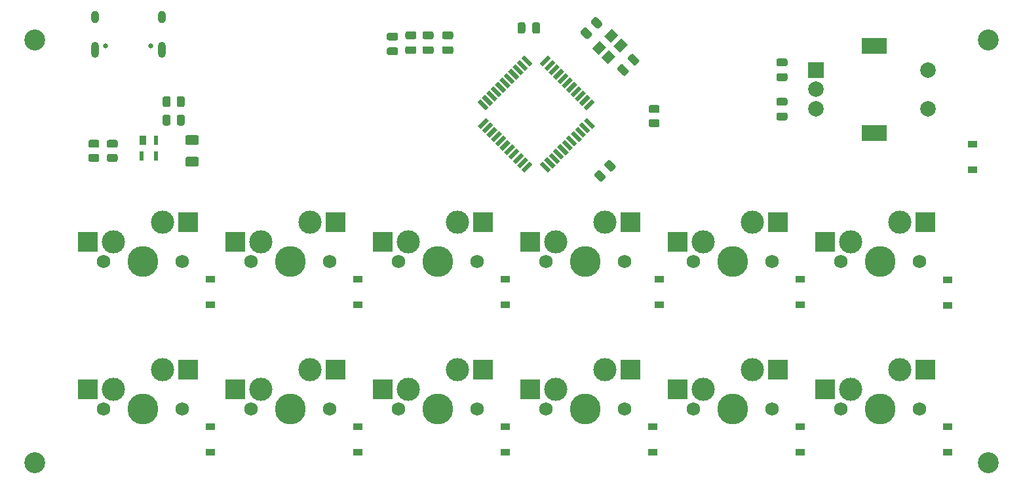
<source format=gbr>
%TF.GenerationSoftware,KiCad,Pcbnew,(5.1.9)-1*%
%TF.CreationDate,2021-03-22T08:17:26-07:00*%
%TF.ProjectId,millipad,6d696c6c-6970-4616-942e-6b696361645f,rev?*%
%TF.SameCoordinates,Original*%
%TF.FileFunction,Soldermask,Bot*%
%TF.FilePolarity,Negative*%
%FSLAX46Y46*%
G04 Gerber Fmt 4.6, Leading zero omitted, Abs format (unit mm)*
G04 Created by KiCad (PCBNEW (5.1.9)-1) date 2021-03-22 08:17:26*
%MOMM*%
%LPD*%
G01*
G04 APERTURE LIST*
%ADD10C,2.700000*%
%ADD11C,0.100000*%
%ADD12C,0.650000*%
%ADD13O,1.000000X2.100000*%
%ADD14O,1.000000X1.600000*%
%ADD15R,0.482600X1.168400*%
%ADD16R,0.889000X1.168400*%
%ADD17C,2.000000*%
%ADD18R,3.200000X2.000000*%
%ADD19R,2.000000X2.000000*%
%ADD20R,2.550000X2.500000*%
%ADD21C,1.750000*%
%ADD22C,3.000000*%
%ADD23C,3.987800*%
%ADD24R,1.200000X0.900000*%
G04 APERTURE END LIST*
D10*
%TO.C,H4*%
X74930000Y-99060000D03*
%TD*%
%TO.C,H3*%
X198120000Y-44450000D03*
%TD*%
%TO.C,H2*%
X74930000Y-44450000D03*
%TD*%
%TO.C,H1*%
X198120000Y-99060000D03*
%TD*%
%TO.C,C1*%
G36*
G01*
X120651250Y-45376250D02*
X121601250Y-45376250D01*
G75*
G02*
X121851250Y-45626250I0J-250000D01*
G01*
X121851250Y-46126250D01*
G75*
G02*
X121601250Y-46376250I-250000J0D01*
G01*
X120651250Y-46376250D01*
G75*
G02*
X120401250Y-46126250I0J250000D01*
G01*
X120401250Y-45626250D01*
G75*
G02*
X120651250Y-45376250I250000J0D01*
G01*
G37*
G36*
G01*
X120651250Y-43476250D02*
X121601250Y-43476250D01*
G75*
G02*
X121851250Y-43726250I0J-250000D01*
G01*
X121851250Y-44226250D01*
G75*
G02*
X121601250Y-44476250I-250000J0D01*
G01*
X120651250Y-44476250D01*
G75*
G02*
X120401250Y-44226250I0J250000D01*
G01*
X120401250Y-43726250D01*
G75*
G02*
X120651250Y-43476250I250000J0D01*
G01*
G37*
%TD*%
D11*
%TO.C,Y1*%
G36*
X149472488Y-42945653D02*
G01*
X150321016Y-43794181D01*
X149331066Y-44784131D01*
X148482538Y-43935603D01*
X149472488Y-42945653D01*
G37*
G36*
X147916853Y-44501288D02*
G01*
X148765381Y-45349816D01*
X147775431Y-46339766D01*
X146926903Y-45491238D01*
X147916853Y-44501288D01*
G37*
G36*
X149118934Y-45703369D02*
G01*
X149967462Y-46551897D01*
X148977512Y-47541847D01*
X148128984Y-46693319D01*
X149118934Y-45703369D01*
G37*
G36*
X150674569Y-44147734D02*
G01*
X151523097Y-44996262D01*
X150533147Y-45986212D01*
X149684619Y-45137684D01*
X150674569Y-44147734D01*
G37*
%TD*%
D12*
%TO.C,USB1*%
X84105000Y-45143750D03*
X89885000Y-45143750D03*
D13*
X91315000Y-45673750D03*
X82675000Y-45673750D03*
D14*
X91315000Y-41493750D03*
X82675000Y-41493750D03*
%TD*%
D15*
%TO.C,U2*%
X88696799Y-59436000D03*
X90596801Y-59436000D03*
X90596800Y-57404000D03*
D16*
X88900000Y-57404000D03*
%TD*%
D11*
%TO.C,U1*%
G36*
X133176940Y-54452298D02*
G01*
X133565848Y-54841206D01*
X132505188Y-55901866D01*
X132116280Y-55512958D01*
X133176940Y-54452298D01*
G37*
G36*
X133742626Y-55017983D02*
G01*
X134131534Y-55406891D01*
X133070874Y-56467551D01*
X132681966Y-56078643D01*
X133742626Y-55017983D01*
G37*
G36*
X134308311Y-55583668D02*
G01*
X134697219Y-55972576D01*
X133636559Y-57033236D01*
X133247651Y-56644328D01*
X134308311Y-55583668D01*
G37*
G36*
X134873996Y-56149354D02*
G01*
X135262904Y-56538262D01*
X134202244Y-57598922D01*
X133813336Y-57210014D01*
X134873996Y-56149354D01*
G37*
G36*
X135439682Y-56715039D02*
G01*
X135828590Y-57103947D01*
X134767930Y-58164607D01*
X134379022Y-57775699D01*
X135439682Y-56715039D01*
G37*
G36*
X136005367Y-57280725D02*
G01*
X136394275Y-57669633D01*
X135333615Y-58730293D01*
X134944707Y-58341385D01*
X136005367Y-57280725D01*
G37*
G36*
X136571053Y-57846410D02*
G01*
X136959961Y-58235318D01*
X135899301Y-59295978D01*
X135510393Y-58907070D01*
X136571053Y-57846410D01*
G37*
G36*
X137136738Y-58412096D02*
G01*
X137525646Y-58801004D01*
X136464986Y-59861664D01*
X136076078Y-59472756D01*
X137136738Y-58412096D01*
G37*
G36*
X137702424Y-58977781D02*
G01*
X138091332Y-59366689D01*
X137030672Y-60427349D01*
X136641764Y-60038441D01*
X137702424Y-58977781D01*
G37*
G36*
X138268109Y-59543466D02*
G01*
X138657017Y-59932374D01*
X137596357Y-60993034D01*
X137207449Y-60604126D01*
X138268109Y-59543466D01*
G37*
G36*
X138833794Y-60109152D02*
G01*
X139222702Y-60498060D01*
X138162042Y-61558720D01*
X137773134Y-61169812D01*
X138833794Y-60109152D01*
G37*
G36*
X140177298Y-60498060D02*
G01*
X140566206Y-60109152D01*
X141626866Y-61169812D01*
X141237958Y-61558720D01*
X140177298Y-60498060D01*
G37*
G36*
X140742983Y-59932374D02*
G01*
X141131891Y-59543466D01*
X142192551Y-60604126D01*
X141803643Y-60993034D01*
X140742983Y-59932374D01*
G37*
G36*
X141308668Y-59366689D02*
G01*
X141697576Y-58977781D01*
X142758236Y-60038441D01*
X142369328Y-60427349D01*
X141308668Y-59366689D01*
G37*
G36*
X141874354Y-58801004D02*
G01*
X142263262Y-58412096D01*
X143323922Y-59472756D01*
X142935014Y-59861664D01*
X141874354Y-58801004D01*
G37*
G36*
X142440039Y-58235318D02*
G01*
X142828947Y-57846410D01*
X143889607Y-58907070D01*
X143500699Y-59295978D01*
X142440039Y-58235318D01*
G37*
G36*
X143005725Y-57669633D02*
G01*
X143394633Y-57280725D01*
X144455293Y-58341385D01*
X144066385Y-58730293D01*
X143005725Y-57669633D01*
G37*
G36*
X143571410Y-57103947D02*
G01*
X143960318Y-56715039D01*
X145020978Y-57775699D01*
X144632070Y-58164607D01*
X143571410Y-57103947D01*
G37*
G36*
X144137096Y-56538262D02*
G01*
X144526004Y-56149354D01*
X145586664Y-57210014D01*
X145197756Y-57598922D01*
X144137096Y-56538262D01*
G37*
G36*
X144702781Y-55972576D02*
G01*
X145091689Y-55583668D01*
X146152349Y-56644328D01*
X145763441Y-57033236D01*
X144702781Y-55972576D01*
G37*
G36*
X145268466Y-55406891D02*
G01*
X145657374Y-55017983D01*
X146718034Y-56078643D01*
X146329126Y-56467551D01*
X145268466Y-55406891D01*
G37*
G36*
X145834152Y-54841206D02*
G01*
X146223060Y-54452298D01*
X147283720Y-55512958D01*
X146894812Y-55901866D01*
X145834152Y-54841206D01*
G37*
G36*
X146894812Y-52048134D02*
G01*
X147283720Y-52437042D01*
X146223060Y-53497702D01*
X145834152Y-53108794D01*
X146894812Y-52048134D01*
G37*
G36*
X146329126Y-51482449D02*
G01*
X146718034Y-51871357D01*
X145657374Y-52932017D01*
X145268466Y-52543109D01*
X146329126Y-51482449D01*
G37*
G36*
X145763441Y-50916764D02*
G01*
X146152349Y-51305672D01*
X145091689Y-52366332D01*
X144702781Y-51977424D01*
X145763441Y-50916764D01*
G37*
G36*
X145197756Y-50351078D02*
G01*
X145586664Y-50739986D01*
X144526004Y-51800646D01*
X144137096Y-51411738D01*
X145197756Y-50351078D01*
G37*
G36*
X144632070Y-49785393D02*
G01*
X145020978Y-50174301D01*
X143960318Y-51234961D01*
X143571410Y-50846053D01*
X144632070Y-49785393D01*
G37*
G36*
X144066385Y-49219707D02*
G01*
X144455293Y-49608615D01*
X143394633Y-50669275D01*
X143005725Y-50280367D01*
X144066385Y-49219707D01*
G37*
G36*
X143500699Y-48654022D02*
G01*
X143889607Y-49042930D01*
X142828947Y-50103590D01*
X142440039Y-49714682D01*
X143500699Y-48654022D01*
G37*
G36*
X142935014Y-48088336D02*
G01*
X143323922Y-48477244D01*
X142263262Y-49537904D01*
X141874354Y-49148996D01*
X142935014Y-48088336D01*
G37*
G36*
X142369328Y-47522651D02*
G01*
X142758236Y-47911559D01*
X141697576Y-48972219D01*
X141308668Y-48583311D01*
X142369328Y-47522651D01*
G37*
G36*
X141803643Y-46956966D02*
G01*
X142192551Y-47345874D01*
X141131891Y-48406534D01*
X140742983Y-48017626D01*
X141803643Y-46956966D01*
G37*
G36*
X141237958Y-46391280D02*
G01*
X141626866Y-46780188D01*
X140566206Y-47840848D01*
X140177298Y-47451940D01*
X141237958Y-46391280D01*
G37*
G36*
X137773134Y-46780188D02*
G01*
X138162042Y-46391280D01*
X139222702Y-47451940D01*
X138833794Y-47840848D01*
X137773134Y-46780188D01*
G37*
G36*
X137207449Y-47345874D02*
G01*
X137596357Y-46956966D01*
X138657017Y-48017626D01*
X138268109Y-48406534D01*
X137207449Y-47345874D01*
G37*
G36*
X136641764Y-47911559D02*
G01*
X137030672Y-47522651D01*
X138091332Y-48583311D01*
X137702424Y-48972219D01*
X136641764Y-47911559D01*
G37*
G36*
X136076078Y-48477244D02*
G01*
X136464986Y-48088336D01*
X137525646Y-49148996D01*
X137136738Y-49537904D01*
X136076078Y-48477244D01*
G37*
G36*
X135510393Y-49042930D02*
G01*
X135899301Y-48654022D01*
X136959961Y-49714682D01*
X136571053Y-50103590D01*
X135510393Y-49042930D01*
G37*
G36*
X134944707Y-49608615D02*
G01*
X135333615Y-49219707D01*
X136394275Y-50280367D01*
X136005367Y-50669275D01*
X134944707Y-49608615D01*
G37*
G36*
X134379022Y-50174301D02*
G01*
X134767930Y-49785393D01*
X135828590Y-50846053D01*
X135439682Y-51234961D01*
X134379022Y-50174301D01*
G37*
G36*
X133813336Y-50739986D02*
G01*
X134202244Y-50351078D01*
X135262904Y-51411738D01*
X134873996Y-51800646D01*
X133813336Y-50739986D01*
G37*
G36*
X133247651Y-51305672D02*
G01*
X133636559Y-50916764D01*
X134697219Y-51977424D01*
X134308311Y-52366332D01*
X133247651Y-51305672D01*
G37*
G36*
X132681966Y-51871357D02*
G01*
X133070874Y-51482449D01*
X134131534Y-52543109D01*
X133742626Y-52932017D01*
X132681966Y-51871357D01*
G37*
G36*
X132116280Y-52437042D02*
G01*
X132505188Y-52048134D01*
X133565848Y-53108794D01*
X133176940Y-53497702D01*
X132116280Y-52437042D01*
G37*
%TD*%
D17*
%TO.C,SW2*%
X190356250Y-53300000D03*
X190356250Y-48300000D03*
D18*
X183356250Y-56400000D03*
X183356250Y-45200000D03*
D17*
X175856250Y-53300000D03*
X175856250Y-50800000D03*
D19*
X175856250Y-48300000D03*
%TD*%
%TO.C,R6*%
G36*
G01*
X84481249Y-59137500D02*
X85381251Y-59137500D01*
G75*
G02*
X85631250Y-59387499I0J-249999D01*
G01*
X85631250Y-59912501D01*
G75*
G02*
X85381251Y-60162500I-249999J0D01*
G01*
X84481249Y-60162500D01*
G75*
G02*
X84231250Y-59912501I0J249999D01*
G01*
X84231250Y-59387499D01*
G75*
G02*
X84481249Y-59137500I249999J0D01*
G01*
G37*
G36*
G01*
X84481249Y-57312500D02*
X85381251Y-57312500D01*
G75*
G02*
X85631250Y-57562499I0J-249999D01*
G01*
X85631250Y-58087501D01*
G75*
G02*
X85381251Y-58337500I-249999J0D01*
G01*
X84481249Y-58337500D01*
G75*
G02*
X84231250Y-58087501I0J249999D01*
G01*
X84231250Y-57562499D01*
G75*
G02*
X84481249Y-57312500I249999J0D01*
G01*
G37*
%TD*%
%TO.C,R5*%
G36*
G01*
X82099999Y-59137500D02*
X83000001Y-59137500D01*
G75*
G02*
X83250000Y-59387499I0J-249999D01*
G01*
X83250000Y-59912501D01*
G75*
G02*
X83000001Y-60162500I-249999J0D01*
G01*
X82099999Y-60162500D01*
G75*
G02*
X81850000Y-59912501I0J249999D01*
G01*
X81850000Y-59387499D01*
G75*
G02*
X82099999Y-59137500I249999J0D01*
G01*
G37*
G36*
G01*
X82099999Y-57312500D02*
X83000001Y-57312500D01*
G75*
G02*
X83250000Y-57562499I0J-249999D01*
G01*
X83250000Y-58087501D01*
G75*
G02*
X83000001Y-58337500I-249999J0D01*
G01*
X82099999Y-58337500D01*
G75*
G02*
X81850000Y-58087501I0J249999D01*
G01*
X81850000Y-57562499D01*
G75*
G02*
X82099999Y-57312500I249999J0D01*
G01*
G37*
%TD*%
%TO.C,R4*%
G36*
G01*
X147988958Y-61282144D02*
X148625356Y-61918542D01*
G75*
G02*
X148625356Y-62272094I-176776J-176776D01*
G01*
X148254124Y-62643326D01*
G75*
G02*
X147900572Y-62643326I-176776J176776D01*
G01*
X147264174Y-62006928D01*
G75*
G02*
X147264174Y-61653376I176776J176776D01*
G01*
X147635406Y-61282144D01*
G75*
G02*
X147988958Y-61282144I176776J-176776D01*
G01*
G37*
G36*
G01*
X149279428Y-59991674D02*
X149915826Y-60628072D01*
G75*
G02*
X149915826Y-60981624I-176776J-176776D01*
G01*
X149544594Y-61352856D01*
G75*
G02*
X149191042Y-61352856I-176776J176776D01*
G01*
X148554644Y-60716458D01*
G75*
G02*
X148554644Y-60362906I176776J176776D01*
G01*
X148925876Y-59991674D01*
G75*
G02*
X149279428Y-59991674I176776J-176776D01*
G01*
G37*
%TD*%
%TO.C,R3*%
G36*
G01*
X155390001Y-53852500D02*
X154489999Y-53852500D01*
G75*
G02*
X154240000Y-53602501I0J249999D01*
G01*
X154240000Y-53077499D01*
G75*
G02*
X154489999Y-52827500I249999J0D01*
G01*
X155390001Y-52827500D01*
G75*
G02*
X155640000Y-53077499I0J-249999D01*
G01*
X155640000Y-53602501D01*
G75*
G02*
X155390001Y-53852500I-249999J0D01*
G01*
G37*
G36*
G01*
X155390001Y-55677500D02*
X154489999Y-55677500D01*
G75*
G02*
X154240000Y-55427501I0J249999D01*
G01*
X154240000Y-54902499D01*
G75*
G02*
X154489999Y-54652500I249999J0D01*
G01*
X155390001Y-54652500D01*
G75*
G02*
X155640000Y-54902499I0J-249999D01*
G01*
X155640000Y-55427501D01*
G75*
G02*
X155390001Y-55677500I-249999J0D01*
G01*
G37*
%TD*%
%TO.C,R2*%
G36*
G01*
X92468750Y-54318749D02*
X92468750Y-55218751D01*
G75*
G02*
X92218751Y-55468750I-249999J0D01*
G01*
X91693749Y-55468750D01*
G75*
G02*
X91443750Y-55218751I0J249999D01*
G01*
X91443750Y-54318749D01*
G75*
G02*
X91693749Y-54068750I249999J0D01*
G01*
X92218751Y-54068750D01*
G75*
G02*
X92468750Y-54318749I0J-249999D01*
G01*
G37*
G36*
G01*
X94293750Y-54318749D02*
X94293750Y-55218751D01*
G75*
G02*
X94043751Y-55468750I-249999J0D01*
G01*
X93518749Y-55468750D01*
G75*
G02*
X93268750Y-55218751I0J249999D01*
G01*
X93268750Y-54318749D01*
G75*
G02*
X93518749Y-54068750I249999J0D01*
G01*
X94043751Y-54068750D01*
G75*
G02*
X94293750Y-54318749I0J-249999D01*
G01*
G37*
%TD*%
%TO.C,R1*%
G36*
G01*
X92468750Y-51937499D02*
X92468750Y-52837501D01*
G75*
G02*
X92218751Y-53087500I-249999J0D01*
G01*
X91693749Y-53087500D01*
G75*
G02*
X91443750Y-52837501I0J249999D01*
G01*
X91443750Y-51937499D01*
G75*
G02*
X91693749Y-51687500I249999J0D01*
G01*
X92218751Y-51687500D01*
G75*
G02*
X92468750Y-51937499I0J-249999D01*
G01*
G37*
G36*
G01*
X94293750Y-51937499D02*
X94293750Y-52837501D01*
G75*
G02*
X94043751Y-53087500I-249999J0D01*
G01*
X93518749Y-53087500D01*
G75*
G02*
X93268750Y-52837501I0J249999D01*
G01*
X93268750Y-51937499D01*
G75*
G02*
X93518749Y-51687500I249999J0D01*
G01*
X94043751Y-51687500D01*
G75*
G02*
X94293750Y-51937499I0J-249999D01*
G01*
G37*
%TD*%
D20*
%TO.C,MX12*%
X189992000Y-86995000D03*
X177065000Y-89535000D03*
D21*
X189230000Y-92075000D03*
X179070000Y-92075000D03*
D22*
X180340000Y-89535000D03*
D23*
X184150000Y-92075000D03*
D22*
X186690000Y-86995000D03*
%TD*%
D20*
%TO.C,MX11*%
X189992000Y-67945000D03*
X177065000Y-70485000D03*
D21*
X189230000Y-73025000D03*
X179070000Y-73025000D03*
D22*
X180340000Y-70485000D03*
D23*
X184150000Y-73025000D03*
D22*
X186690000Y-67945000D03*
%TD*%
D20*
%TO.C,MX10*%
X170942000Y-86995000D03*
X158015000Y-89535000D03*
D21*
X170180000Y-92075000D03*
X160020000Y-92075000D03*
D22*
X161290000Y-89535000D03*
D23*
X165100000Y-92075000D03*
D22*
X167640000Y-86995000D03*
%TD*%
D20*
%TO.C,MX9*%
X170942000Y-67945000D03*
X158015000Y-70485000D03*
D21*
X170180000Y-73025000D03*
X160020000Y-73025000D03*
D22*
X161290000Y-70485000D03*
D23*
X165100000Y-73025000D03*
D22*
X167640000Y-67945000D03*
%TD*%
D20*
%TO.C,MX8*%
X151892000Y-86995000D03*
X138965000Y-89535000D03*
D21*
X151130000Y-92075000D03*
X140970000Y-92075000D03*
D22*
X142240000Y-89535000D03*
D23*
X146050000Y-92075000D03*
D22*
X148590000Y-86995000D03*
%TD*%
D20*
%TO.C,MX7*%
X151892000Y-67945000D03*
X138965000Y-70485000D03*
D21*
X151130000Y-73025000D03*
X140970000Y-73025000D03*
D22*
X142240000Y-70485000D03*
D23*
X146050000Y-73025000D03*
D22*
X148590000Y-67945000D03*
%TD*%
D20*
%TO.C,MX6*%
X132842000Y-86995000D03*
X119915000Y-89535000D03*
D21*
X132080000Y-92075000D03*
X121920000Y-92075000D03*
D22*
X123190000Y-89535000D03*
D23*
X127000000Y-92075000D03*
D22*
X129540000Y-86995000D03*
%TD*%
D20*
%TO.C,MX5*%
X132842000Y-67945000D03*
X119915000Y-70485000D03*
D21*
X132080000Y-73025000D03*
X121920000Y-73025000D03*
D22*
X123190000Y-70485000D03*
D23*
X127000000Y-73025000D03*
D22*
X129540000Y-67945000D03*
%TD*%
D20*
%TO.C,MX4*%
X113792000Y-86995000D03*
X100865000Y-89535000D03*
D21*
X113030000Y-92075000D03*
X102870000Y-92075000D03*
D22*
X104140000Y-89535000D03*
D23*
X107950000Y-92075000D03*
D22*
X110490000Y-86995000D03*
%TD*%
D20*
%TO.C,MX3*%
X113792000Y-67945000D03*
X100865000Y-70485000D03*
D21*
X113030000Y-73025000D03*
X102870000Y-73025000D03*
D22*
X104140000Y-70485000D03*
D23*
X107950000Y-73025000D03*
D22*
X110490000Y-67945000D03*
%TD*%
D20*
%TO.C,MX2*%
X94742000Y-86995000D03*
X81815000Y-89535000D03*
D21*
X93980000Y-92075000D03*
X83820000Y-92075000D03*
D22*
X85090000Y-89535000D03*
D23*
X88900000Y-92075000D03*
D22*
X91440000Y-86995000D03*
%TD*%
D20*
%TO.C,MX1*%
X94742000Y-67945000D03*
X81815000Y-70485000D03*
D21*
X93980000Y-73025000D03*
X83820000Y-73025000D03*
D22*
X85090000Y-70485000D03*
D23*
X88900000Y-73025000D03*
D22*
X91440000Y-67945000D03*
%TD*%
%TO.C,F1*%
G36*
G01*
X95875000Y-57962500D02*
X94625000Y-57962500D01*
G75*
G02*
X94375000Y-57712500I0J250000D01*
G01*
X94375000Y-56962500D01*
G75*
G02*
X94625000Y-56712500I250000J0D01*
G01*
X95875000Y-56712500D01*
G75*
G02*
X96125000Y-56962500I0J-250000D01*
G01*
X96125000Y-57712500D01*
G75*
G02*
X95875000Y-57962500I-250000J0D01*
G01*
G37*
G36*
G01*
X95875000Y-60762500D02*
X94625000Y-60762500D01*
G75*
G02*
X94375000Y-60512500I0J250000D01*
G01*
X94375000Y-59762500D01*
G75*
G02*
X94625000Y-59512500I250000J0D01*
G01*
X95875000Y-59512500D01*
G75*
G02*
X96125000Y-59762500I0J-250000D01*
G01*
X96125000Y-60512500D01*
G75*
G02*
X95875000Y-60762500I-250000J0D01*
G01*
G37*
%TD*%
D24*
%TO.C,D13*%
X196056250Y-57881250D03*
X196056250Y-61181250D03*
%TD*%
%TO.C,D12*%
X192881250Y-94393750D03*
X192881250Y-97693750D03*
%TD*%
%TO.C,D11*%
X192881250Y-75406250D03*
X192881250Y-78706250D03*
%TD*%
%TO.C,D10*%
X173831250Y-94393750D03*
X173831250Y-97693750D03*
%TD*%
%TO.C,D9*%
X173831250Y-75281250D03*
X173831250Y-78581250D03*
%TD*%
%TO.C,D8*%
X154781250Y-94393750D03*
X154781250Y-97693750D03*
%TD*%
%TO.C,D7*%
X155575000Y-75343750D03*
X155575000Y-78643750D03*
%TD*%
%TO.C,D6*%
X135731250Y-94393750D03*
X135731250Y-97693750D03*
%TD*%
%TO.C,D5*%
X135731250Y-75343750D03*
X135731250Y-78643750D03*
%TD*%
%TO.C,D4*%
X116681250Y-94393750D03*
X116681250Y-97693750D03*
%TD*%
%TO.C,D3*%
X116681250Y-75343750D03*
X116681250Y-78643750D03*
%TD*%
%TO.C,D2*%
X97631250Y-94393750D03*
X97631250Y-97693750D03*
%TD*%
%TO.C,D1*%
X97631250Y-75343750D03*
X97631250Y-78643750D03*
%TD*%
%TO.C,C9*%
G36*
G01*
X171925000Y-52890000D02*
X170975000Y-52890000D01*
G75*
G02*
X170725000Y-52640000I0J250000D01*
G01*
X170725000Y-52140000D01*
G75*
G02*
X170975000Y-51890000I250000J0D01*
G01*
X171925000Y-51890000D01*
G75*
G02*
X172175000Y-52140000I0J-250000D01*
G01*
X172175000Y-52640000D01*
G75*
G02*
X171925000Y-52890000I-250000J0D01*
G01*
G37*
G36*
G01*
X171925000Y-54790000D02*
X170975000Y-54790000D01*
G75*
G02*
X170725000Y-54540000I0J250000D01*
G01*
X170725000Y-54040000D01*
G75*
G02*
X170975000Y-53790000I250000J0D01*
G01*
X171925000Y-53790000D01*
G75*
G02*
X172175000Y-54040000I0J-250000D01*
G01*
X172175000Y-54540000D01*
G75*
G02*
X171925000Y-54790000I-250000J0D01*
G01*
G37*
%TD*%
%TO.C,C8*%
G36*
G01*
X171925000Y-47810000D02*
X170975000Y-47810000D01*
G75*
G02*
X170725000Y-47560000I0J250000D01*
G01*
X170725000Y-47060000D01*
G75*
G02*
X170975000Y-46810000I250000J0D01*
G01*
X171925000Y-46810000D01*
G75*
G02*
X172175000Y-47060000I0J-250000D01*
G01*
X172175000Y-47560000D01*
G75*
G02*
X171925000Y-47810000I-250000J0D01*
G01*
G37*
G36*
G01*
X171925000Y-49710000D02*
X170975000Y-49710000D01*
G75*
G02*
X170725000Y-49460000I0J250000D01*
G01*
X170725000Y-48960000D01*
G75*
G02*
X170975000Y-48710000I250000J0D01*
G01*
X171925000Y-48710000D01*
G75*
G02*
X172175000Y-48960000I0J-250000D01*
G01*
X172175000Y-49460000D01*
G75*
G02*
X171925000Y-49710000I-250000J0D01*
G01*
G37*
%TD*%
%TO.C,C7*%
G36*
G01*
X139200000Y-43337500D02*
X139200000Y-42387500D01*
G75*
G02*
X139450000Y-42137500I250000J0D01*
G01*
X139950000Y-42137500D01*
G75*
G02*
X140200000Y-42387500I0J-250000D01*
G01*
X140200000Y-43337500D01*
G75*
G02*
X139950000Y-43587500I-250000J0D01*
G01*
X139450000Y-43587500D01*
G75*
G02*
X139200000Y-43337500I0J250000D01*
G01*
G37*
G36*
G01*
X137300000Y-43337500D02*
X137300000Y-42387500D01*
G75*
G02*
X137550000Y-42137500I250000J0D01*
G01*
X138050000Y-42137500D01*
G75*
G02*
X138300000Y-42387500I0J-250000D01*
G01*
X138300000Y-43337500D01*
G75*
G02*
X138050000Y-43587500I-250000J0D01*
G01*
X137550000Y-43587500D01*
G75*
G02*
X137300000Y-43337500I0J250000D01*
G01*
G37*
%TD*%
%TO.C,C6*%
G36*
G01*
X127795000Y-45220000D02*
X128745000Y-45220000D01*
G75*
G02*
X128995000Y-45470000I0J-250000D01*
G01*
X128995000Y-45970000D01*
G75*
G02*
X128745000Y-46220000I-250000J0D01*
G01*
X127795000Y-46220000D01*
G75*
G02*
X127545000Y-45970000I0J250000D01*
G01*
X127545000Y-45470000D01*
G75*
G02*
X127795000Y-45220000I250000J0D01*
G01*
G37*
G36*
G01*
X127795000Y-43320000D02*
X128745000Y-43320000D01*
G75*
G02*
X128995000Y-43570000I0J-250000D01*
G01*
X128995000Y-44070000D01*
G75*
G02*
X128745000Y-44320000I-250000J0D01*
G01*
X127795000Y-44320000D01*
G75*
G02*
X127545000Y-44070000I0J250000D01*
G01*
X127545000Y-43570000D01*
G75*
G02*
X127795000Y-43320000I250000J0D01*
G01*
G37*
%TD*%
%TO.C,C5*%
G36*
G01*
X147497823Y-42880178D02*
X146826072Y-42208427D01*
G75*
G02*
X146826072Y-41854873I176777J176777D01*
G01*
X147179625Y-41501320D01*
G75*
G02*
X147533179Y-41501320I176777J-176777D01*
G01*
X148204930Y-42173071D01*
G75*
G02*
X148204930Y-42526625I-176777J-176777D01*
G01*
X147851377Y-42880178D01*
G75*
G02*
X147497823Y-42880178I-176777J176777D01*
G01*
G37*
G36*
G01*
X146154321Y-44223680D02*
X145482570Y-43551929D01*
G75*
G02*
X145482570Y-43198375I176777J176777D01*
G01*
X145836123Y-42844822D01*
G75*
G02*
X146189677Y-42844822I176777J-176777D01*
G01*
X146861428Y-43516573D01*
G75*
G02*
X146861428Y-43870127I-176777J-176777D01*
G01*
X146507875Y-44223680D01*
G75*
G02*
X146154321Y-44223680I-176777J176777D01*
G01*
G37*
%TD*%
%TO.C,C4*%
G36*
G01*
X150952177Y-47607322D02*
X151623928Y-48279073D01*
G75*
G02*
X151623928Y-48632627I-176777J-176777D01*
G01*
X151270375Y-48986180D01*
G75*
G02*
X150916821Y-48986180I-176777J176777D01*
G01*
X150245070Y-48314429D01*
G75*
G02*
X150245070Y-47960875I176777J176777D01*
G01*
X150598623Y-47607322D01*
G75*
G02*
X150952177Y-47607322I176777J-176777D01*
G01*
G37*
G36*
G01*
X152295679Y-46263820D02*
X152967430Y-46935571D01*
G75*
G02*
X152967430Y-47289125I-176777J-176777D01*
G01*
X152613877Y-47642678D01*
G75*
G02*
X152260323Y-47642678I-176777J176777D01*
G01*
X151588572Y-46970927D01*
G75*
G02*
X151588572Y-46617373I176777J176777D01*
G01*
X151942125Y-46263820D01*
G75*
G02*
X152295679Y-46263820I176777J-176777D01*
G01*
G37*
%TD*%
%TO.C,C3*%
G36*
G01*
X125255000Y-45220000D02*
X126205000Y-45220000D01*
G75*
G02*
X126455000Y-45470000I0J-250000D01*
G01*
X126455000Y-45970000D01*
G75*
G02*
X126205000Y-46220000I-250000J0D01*
G01*
X125255000Y-46220000D01*
G75*
G02*
X125005000Y-45970000I0J250000D01*
G01*
X125005000Y-45470000D01*
G75*
G02*
X125255000Y-45220000I250000J0D01*
G01*
G37*
G36*
G01*
X125255000Y-43320000D02*
X126205000Y-43320000D01*
G75*
G02*
X126455000Y-43570000I0J-250000D01*
G01*
X126455000Y-44070000D01*
G75*
G02*
X126205000Y-44320000I-250000J0D01*
G01*
X125255000Y-44320000D01*
G75*
G02*
X125005000Y-44070000I0J250000D01*
G01*
X125005000Y-43570000D01*
G75*
G02*
X125255000Y-43320000I250000J0D01*
G01*
G37*
%TD*%
%TO.C,C2*%
G36*
G01*
X123032500Y-45220000D02*
X123982500Y-45220000D01*
G75*
G02*
X124232500Y-45470000I0J-250000D01*
G01*
X124232500Y-45970000D01*
G75*
G02*
X123982500Y-46220000I-250000J0D01*
G01*
X123032500Y-46220000D01*
G75*
G02*
X122782500Y-45970000I0J250000D01*
G01*
X122782500Y-45470000D01*
G75*
G02*
X123032500Y-45220000I250000J0D01*
G01*
G37*
G36*
G01*
X123032500Y-43320000D02*
X123982500Y-43320000D01*
G75*
G02*
X124232500Y-43570000I0J-250000D01*
G01*
X124232500Y-44070000D01*
G75*
G02*
X123982500Y-44320000I-250000J0D01*
G01*
X123032500Y-44320000D01*
G75*
G02*
X122782500Y-44070000I0J250000D01*
G01*
X122782500Y-43570000D01*
G75*
G02*
X123032500Y-43320000I250000J0D01*
G01*
G37*
%TD*%
M02*

</source>
